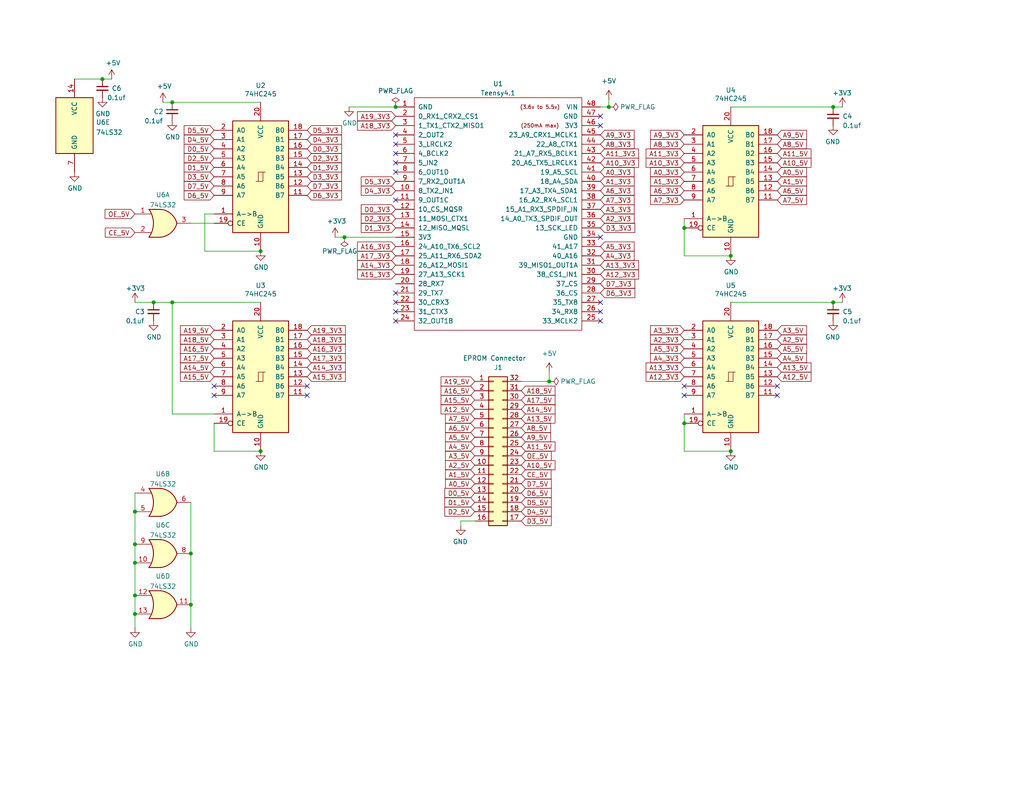
<source format=kicad_sch>
(kicad_sch (version 20211123) (generator eeschema)
  (paper "USLetter")
  (title_block (title "EPROM Emulator") (date "2022-01-02") (rev "0.2") (company "Brian Peek"))
  (lib_symbols
    (symbol "74xx:74HC245" (pin_names (offset 1.016))
      (property "Reference" "U" (at -7.62 16.51 0))
      (property "Value" "74HC245" (at -7.62 -16.51 0))
      (symbol "74HC245_1_0"
        (polyline (pts (xy -0.635 -1.27) (xy -0.635 1.27) (xy 0.635 1.27)))
        (polyline (pts (xy -1.27 -1.27) (xy 0.635 -1.27) (xy 0.635 1.27) (xy 1.27 1.27)))
        (pin input line (at -12.7 -10.16 0) (length 5.08) (name "A->B") (number "1"))
        (pin power_in line (at 0 -20.32 90) (length 5.08) (name "GND") (number "10"))
        (pin tri_state line (at 12.7 -5.08 180) (length 5.08) (name "B7") (number "11"))
        (pin tri_state line (at 12.7 -2.54 180) (length 5.08) (name "B6") (number "12"))
        (pin tri_state line (at 12.7 0 180) (length 5.08) (name "B5") (number "13"))
        (pin tri_state line (at 12.7 2.54 180) (length 5.08) (name "B4") (number "14"))
        (pin tri_state line (at 12.7 5.08 180) (length 5.08) (name "B3") (number "15"))
        (pin tri_state line (at 12.7 7.62 180) (length 5.08) (name "B2") (number "16"))
        (pin tri_state line (at 12.7 10.16 180) (length 5.08) (name "B1") (number "17"))
        (pin tri_state line (at 12.7 12.7 180) (length 5.08) (name "B0") (number "18"))
        (pin input inverted (at -12.7 -12.7 0) (length 5.08) (name "CE") (number "19"))
        (pin tri_state line (at -12.7 12.7 0) (length 5.08) (name "A0") (number "2"))
        (pin power_in line (at 0 20.32 270) (length 5.08) (name "VCC") (number "20"))
        (pin tri_state line (at -12.7 10.16 0) (length 5.08) (name "A1") (number "3"))
        (pin tri_state line (at -12.7 7.62 0) (length 5.08) (name "A2") (number "4"))
        (pin tri_state line (at -12.7 5.08 0) (length 5.08) (name "A3") (number "5"))
        (pin tri_state line (at -12.7 2.54 0) (length 5.08) (name "A4") (number "6"))
        (pin tri_state line (at -12.7 0 0) (length 5.08) (name "A5") (number "7"))
        (pin tri_state line (at -12.7 -2.54 0) (length 5.08) (name "A6") (number "8"))
        (pin tri_state line (at -12.7 -5.08 0) (length 5.08) (name "A7") (number "9"))
      )
      (symbol "74HC245_1_1"
        (rectangle (start -7.62 15.24) (end 7.62 -15.24) (stroke (width 0.254)) (fill (type background)))
      )
    )
    (symbol "74xx:74LS32" (pin_names (offset 1.016))
      (property "Reference" "U" (at 0 1.27 0))
      (property "Value" "74LS32" (at 0 -1.27 0))
      (symbol "74LS32_1_1"
        (arc (start -3.81 -3.81) (mid -2.589 0) (end -3.81 3.81) (stroke (width 0.254)))
        (arc (start -0.6096 -3.81) (mid 2.1855 -2.584) (end 3.81 0) (stroke (width 0.254)) (fill (type background)))
        (polyline (pts (xy -3.81 -3.81) (xy -0.635 -3.81)) (stroke (width 0.254)) (fill (type background)))
        (polyline (pts (xy -3.81 3.81) (xy -0.635 3.81)) (stroke (width 0.254)) (fill (type background)))
        (polyline (pts (xy -0.635 3.81) (xy -3.81 3.81) (xy -3.81 3.81) (xy -3.556 3.4036) (xy -3.0226 2.2606) (xy -2.6924 1.0414) (xy -2.6162 -0.254) (xy -2.7686 -1.4986) (xy -3.175 -2.7178) (xy -3.81 -3.81) (xy -3.81 -3.81) (xy -0.635 -3.81)) (stroke (width -25.4)) (fill (type background)))
        (arc (start 3.81 0) (mid 2.1928 2.5925) (end -0.6096 3.81) (stroke (width 0.254)) (fill (type background)))
        (pin input line (at -7.62 2.54 0) (length 4.318) (name "~") (number "1"))
        (pin input line (at -7.62 -2.54 0) (length 4.318) (name "~") (number "2"))
        (pin output line (at 7.62 0 180) (length 3.81) (name "~") (number "3"))
      )
      (symbol "74LS32_1_2"
        (arc (start 0 -3.81) (mid 3.81 0) (end 0 3.81) (stroke (width 0.254)) (fill (type background)))
        (polyline (pts (xy 0 3.81) (xy -3.81 3.81) (xy -3.81 -3.81) (xy 0 -3.81)) (stroke (width 0.254)) (fill (type background)))
        (pin input inverted (at -7.62 2.54 0) (length 3.81) (name "~") (number "1"))
        (pin input inverted (at -7.62 -2.54 0) (length 3.81) (name "~") (number "2"))
        (pin output inverted (at 7.62 0 180) (length 3.81) (name "~") (number "3"))
      )
      (symbol "74LS32_2_1"
        (arc (start -3.81 -3.81) (mid -2.589 0) (end -3.81 3.81) (stroke (width 0.254)))
        (arc (start -0.6096 -3.81) (mid 2.1855 -2.584) (end 3.81 0) (stroke (width 0.254)) (fill (type background)))
        (polyline (pts (xy -3.81 -3.81) (xy -0.635 -3.81)) (stroke (width 0.254)) (fill (type background)))
        (polyline (pts (xy -3.81 3.81) (xy -0.635 3.81)) (stroke (width 0.254)) (fill (type background)))
        (polyline (pts (xy -0.635 3.81) (xy -3.81 3.81) (xy -3.81 3.81) (xy -3.556 3.4036) (xy -3.0226 2.2606) (xy -2.6924 1.0414) (xy -2.6162 -0.254) (xy -2.7686 -1.4986) (xy -3.175 -2.7178) (xy -3.81 -3.81) (xy -3.81 -3.81) (xy -0.635 -3.81)) (stroke (width -25.4)) (fill (type background)))
        (arc (start 3.81 0) (mid 2.1928 2.5925) (end -0.6096 3.81) (stroke (width 0.254)) (fill (type background)))
        (pin input line (at -7.62 2.54 0) (length 4.318) (name "~") (number "4"))
        (pin input line (at -7.62 -2.54 0) (length 4.318) (name "~") (number "5"))
        (pin output line (at 7.62 0 180) (length 3.81) (name "~") (number "6"))
      )
      (symbol "74LS32_2_2"
        (arc (start 0 -3.81) (mid 3.81 0) (end 0 3.81) (stroke (width 0.254)) (fill (type background)))
        (polyline (pts (xy 0 3.81) (xy -3.81 3.81) (xy -3.81 -3.81) (xy 0 -3.81)) (stroke (width 0.254)) (fill (type background)))
        (pin input inverted (at -7.62 2.54 0) (length 3.81) (name "~") (number "4"))
        (pin input inverted (at -7.62 -2.54 0) (length 3.81) (name "~") (number "5"))
        (pin output inverted (at 7.62 0 180) (length 3.81) (name "~") (number "6"))
      )
      (symbol "74LS32_3_1"
        (arc (start -3.81 -3.81) (mid -2.589 0) (end -3.81 3.81) (stroke (width 0.254)))
        (arc (start -0.6096 -3.81) (mid 2.1855 -2.584) (end 3.81 0) (stroke (width 0.254)) (fill (type background)))
        (polyline (pts (xy -3.81 -3.81) (xy -0.635 -3.81)) (stroke (width 0.254)) (fill (type background)))
        (polyline (pts (xy -3.81 3.81) (xy -0.635 3.81)) (stroke (width 0.254)) (fill (type background)))
        (polyline (pts (xy -0.635 3.81) (xy -3.81 3.81) (xy -3.81 3.81) (xy -3.556 3.4036) (xy -3.0226 2.2606) (xy -2.6924 1.0414) (xy -2.6162 -0.254) (xy -2.7686 -1.4986) (xy -3.175 -2.7178) (xy -3.81 -3.81) (xy -3.81 -3.81) (xy -0.635 -3.81)) (stroke (width -25.4)) (fill (type background)))
        (arc (start 3.81 0) (mid 2.1928 2.5925) (end -0.6096 3.81) (stroke (width 0.254)) (fill (type background)))
        (pin input line (at -7.62 -2.54 0) (length 4.318) (name "~") (number "10"))
        (pin output line (at 7.62 0 180) (length 3.81) (name "~") (number "8"))
        (pin input line (at -7.62 2.54 0) (length 4.318) (name "~") (number "9"))
      )
      (symbol "74LS32_3_2"
        (arc (start 0 -3.81) (mid 3.81 0) (end 0 3.81) (stroke (width 0.254)) (fill (type background)))
        (polyline (pts (xy 0 3.81) (xy -3.81 3.81) (xy -3.81 -3.81) (xy 0 -3.81)) (stroke (width 0.254)) (fill (type background)))
        (pin input inverted (at -7.62 -2.54 0) (length 3.81) (name "~") (number "10"))
        (pin output inverted (at 7.62 0 180) (length 3.81) (name "~") (number "8"))
        (pin input inverted (at -7.62 2.54 0) (length 3.81) (name "~") (number "9"))
      )
      (symbol "74LS32_4_1"
        (arc (start -3.81 -3.81) (mid -2.589 0) (end -3.81 3.81) (stroke (width 0.254)))
        (arc (start -0.6096 -3.81) (mid 2.1855 -2.584) (end 3.81 0) (stroke (width 0.254)) (fill (type background)))
        (polyline (pts (xy -3.81 -3.81) (xy -0.635 -3.81)) (stroke (width 0.254)) (fill (type background)))
        (polyline (pts (xy -3.81 3.81) (xy -0.635 3.81)) (stroke (width 0.254)) (fill (type background)))
        (polyline (pts (xy -0.635 3.81) (xy -3.81 3.81) (xy -3.81 3.81) (xy -3.556 3.4036) (xy -3.0226 2.2606) (xy -2.6924 1.0414) (xy -2.6162 -0.254) (xy -2.7686 -1.4986) (xy -3.175 -2.7178) (xy -3.81 -3.81) (xy -3.81 -3.81) (xy -0.635 -3.81)) (stroke (width -25.4)) (fill (type background)))
        (arc (start 3.81 0) (mid 2.1928 2.5925) (end -0.6096 3.81) (stroke (width 0.254)) (fill (type background)))
        (pin output line (at 7.62 0 180) (length 3.81) (name "~") (number "11"))
        (pin input line (at -7.62 2.54 0) (length 4.318) (name "~") (number "12"))
        (pin input line (at -7.62 -2.54 0) (length 4.318) (name "~") (number "13"))
      )
      (symbol "74LS32_4_2"
        (arc (start 0 -3.81) (mid 3.81 0) (end 0 3.81) (stroke (width 0.254)) (fill (type background)))
        (polyline (pts (xy 0 3.81) (xy -3.81 3.81) (xy -3.81 -3.81) (xy 0 -3.81)) (stroke (width 0.254)) (fill (type background)))
        (pin output inverted (at 7.62 0 180) (length 3.81) (name "~") (number "11"))
        (pin input inverted (at -7.62 2.54 0) (length 3.81) (name "~") (number "12"))
        (pin input inverted (at -7.62 -2.54 0) (length 3.81) (name "~") (number "13"))
      )
      (symbol "74LS32_5_0"
        (pin power_in line (at 0 12.7 270) (length 5.08) (name "VCC") (number "14"))
        (pin power_in line (at 0 -12.7 90) (length 5.08) (name "GND") (number "7"))
      )
      (symbol "74LS32_5_1"
        (rectangle (start -5.08 7.62) (end 5.08 -7.62) (stroke (width 0.254)) (fill (type background)))
      )
    )
    (symbol "Connector_Generic:Conn_02x16_Counter_Clockwise" (pin_names (offset 1.016) hide)
      (property "Reference" "J" (at 1.27 20.32 0))
      (property "Value" "Conn_02x16_Counter_Clockwise" (at 1.27 -22.86 0))
      (symbol "Conn_02x16_Counter_Clockwise_1_1"
        (rectangle (start -1.27 -20.193) (end 0 -20.447) (stroke (width 0.1524)))
        (rectangle (start -1.27 -17.653) (end 0 -17.907) (stroke (width 0.1524)))
        (rectangle (start -1.27 -15.113) (end 0 -15.367) (stroke (width 0.1524)))
        (rectangle (start -1.27 -12.573) (end 0 -12.827) (stroke (width 0.1524)))
        (rectangle (start -1.27 -10.033) (end 0 -10.287) (stroke (width 0.1524)))
        (rectangle (start -1.27 -7.493) (end 0 -7.747) (stroke (width 0.1524)))
        (rectangle (start -1.27 -4.953) (end 0 -5.207) (stroke (width 0.1524)))
        (rectangle (start -1.27 -2.413) (end 0 -2.667) (stroke (width 0.1524)))
        (rectangle (start -1.27 0.127) (end 0 -0.127) (stroke (width 0.1524)))
        (rectangle (start -1.27 2.667) (end 0 2.413) (stroke (width 0.1524)))
        (rectangle (start -1.27 5.207) (end 0 4.953) (stroke (width 0.1524)))
        (rectangle (start -1.27 7.747) (end 0 7.493) (stroke (width 0.1524)))
        (rectangle (start -1.27 10.287) (end 0 10.033) (stroke (width 0.1524)))
        (rectangle (start -1.27 12.827) (end 0 12.573) (stroke (width 0.1524)))
        (rectangle (start -1.27 15.367) (end 0 15.113) (stroke (width 0.1524)))
        (rectangle (start -1.27 17.907) (end 0 17.653) (stroke (width 0.1524)))
        (rectangle (start -1.27 19.05) (end 3.81 -21.59) (stroke (width 0.254)) (fill (type background)))
        (rectangle (start 3.81 -20.193) (end 2.54 -20.447) (stroke (width 0.1524)))
        (rectangle (start 3.81 -17.653) (end 2.54 -17.907) (stroke (width 0.1524)))
        (rectangle (start 3.81 -15.113) (end 2.54 -15.367) (stroke (width 0.1524)))
        (rectangle (start 3.81 -12.573) (end 2.54 -12.827) (stroke (width 0.1524)))
        (rectangle (start 3.81 -10.033) (end 2.54 -10.287) (stroke (width 0.1524)))
        (rectangle (start 3.81 -7.493) (end 2.54 -7.747) (stroke (width 0.1524)))
        (rectangle (start 3.81 -4.953) (end 2.54 -5.207) (stroke (width 0.1524)))
        (rectangle (start 3.81 -2.413) (end 2.54 -2.667) (stroke (width 0.1524)))
        (rectangle (start 3.81 0.127) (end 2.54 -0.127) (stroke (width 0.1524)))
        (rectangle (start 3.81 2.667) (end 2.54 2.413) (stroke (width 0.1524)))
        (rectangle (start 3.81 5.207) (end 2.54 4.953) (stroke (width 0.1524)))
        (rectangle (start 3.81 7.747) (end 2.54 7.493) (stroke (width 0.1524)))
        (rectangle (start 3.81 10.287) (end 2.54 10.033) (stroke (width 0.1524)))
        (rectangle (start 3.81 12.827) (end 2.54 12.573) (stroke (width 0.1524)))
        (rectangle (start 3.81 15.367) (end 2.54 15.113) (stroke (width 0.1524)))
        (rectangle (start 3.81 17.907) (end 2.54 17.653) (stroke (width 0.1524)))
        (pin passive line (at -5.08 17.78 0) (length 3.81) (name "Pin_1") (number "1"))
        (pin passive line (at -5.08 -5.08 0) (length 3.81) (name "Pin_10") (number "10"))
        (pin passive line (at -5.08 -7.62 0) (length 3.81) (name "Pin_11") (number "11"))
        (pin passive line (at -5.08 -10.16 0) (length 3.81) (name "Pin_12") (number "12"))
        (pin passive line (at -5.08 -12.7 0) (length 3.81) (name "Pin_13") (number "13"))
        (pin passive line (at -5.08 -15.24 0) (length 3.81) (name "Pin_14") (number "14"))
        (pin passive line (at -5.08 -17.78 0) (length 3.81) (name "Pin_15") (number "15"))
        (pin passive line (at -5.08 -20.32 0) (length 3.81) (name "Pin_16") (number "16"))
        (pin passive line (at 7.62 -20.32 180) (length 3.81) (name "Pin_17") (number "17"))
        (pin passive line (at 7.62 -17.78 180) (length 3.81) (name "Pin_18") (number "18"))
        (pin passive line (at 7.62 -15.24 180) (length 3.81) (name "Pin_19") (number "19"))
        (pin passive line (at -5.08 15.24 0) (length 3.81) (name "Pin_2") (number "2"))
        (pin passive line (at 7.62 -12.7 180) (length 3.81) (name "Pin_20") (number "20"))
        (pin passive line (at 7.62 -10.16 180) (length 3.81) (name "Pin_21") (number "21"))
        (pin passive line (at 7.62 -7.62 180) (length 3.81) (name "Pin_22") (number "22"))
        (pin passive line (at 7.62 -5.08 180) (length 3.81) (name "Pin_23") (number "23"))
        (pin passive line (at 7.62 -2.54 180) (length 3.81) (name "Pin_24") (number "24"))
        (pin passive line (at 7.62 0 180) (length 3.81) (name "Pin_25") (number "25"))
        (pin passive line (at 7.62 2.54 180) (length 3.81) (name "Pin_26") (number "26"))
        (pin passive line (at 7.62 5.08 180) (length 3.81) (name "Pin_27") (number "27"))
        (pin passive line (at 7.62 7.62 180) (length 3.81) (name "Pin_28") (number "28"))
        (pin passive line (at 7.62 10.16 180) (length 3.81) (name "Pin_29") (number "29"))
        (pin passive line (at -5.08 12.7 0) (length 3.81) (name "Pin_3") (number "3"))
        (pin passive line (at 7.62 12.7 180) (length 3.81) (name "Pin_30") (number "30"))
        (pin passive line (at 7.62 15.24 180) (length 3.81) (name "Pin_31") (number "31"))
        (pin passive line (at 7.62 17.78 180) (length 3.81) (name "Pin_32") (number "32"))
        (pin passive line (at -5.08 10.16 0) (length 3.81) (name "Pin_4") (number "4"))
        (pin passive line (at -5.08 7.62 0) (length 3.81) (name "Pin_5") (number "5"))
        (pin passive line (at -5.08 5.08 0) (length 3.81) (name "Pin_6") (number "6"))
        (pin passive line (at -5.08 2.54 0) (length 3.81) (name "Pin_7") (number "7"))
        (pin passive line (at -5.08 0 0) (length 3.81) (name "Pin_8") (number "8"))
        (pin passive line (at -5.08 -2.54 0) (length 3.81) (name "Pin_9") (number "9"))
      )
    )
    (symbol "Device:C_Small" (pin_numbers hide) (pin_names (offset 0.254) hide)
      (property "Reference" "C" (at 0.254 1.778 0))
      (property "Value" "C_Small" (at 0.254 -2.032 0))
      (symbol "C_Small_0_1"
        (polyline (pts (xy -1.524 -0.508) (xy 1.524 -0.508)) (stroke (width 0.3302)))
        (polyline (pts (xy -1.524 0.508) (xy 1.524 0.508)) (stroke (width 0.3048)))
      )
      (symbol "C_Small_1_1"
        (pin passive line (at 0 2.54 270) (length 2.032) (name "~") (number "1"))
        (pin passive line (at 0 -2.54 90) (length 2.032) (name "~") (number "2"))
      )
    )
    (symbol "power:+3.3V" (power) (pin_names (offset 0))
      (property "Value" "+3.3V" (at 0 3.556 0))
      (symbol "+3.3V_0_1"
        (polyline (pts (xy -0.762 1.27) (xy 0 2.54)))
        (polyline (pts (xy 0 0) (xy 0 2.54)))
        (polyline (pts (xy 0 2.54) (xy 0.762 1.27)))
      )
      (symbol "+3.3V_1_1"
        (pin power_in line (at 0 0 90) (length 0) hide (name "+3V3") (number "1"))
      )
    )
    (symbol "power:+5V" (power) (pin_names (offset 0))
      (property "Value" "+5V" (at 0 3.556 0))
      (symbol "+5V_0_1"
        (polyline (pts (xy -0.762 1.27) (xy 0 2.54)))
        (polyline (pts (xy 0 0) (xy 0 2.54)))
        (polyline (pts (xy 0 2.54) (xy 0.762 1.27)))
      )
      (symbol "+5V_1_1"
        (pin power_in line (at 0 0 90) (length 0) hide (name "+5V") (number "1"))
      )
    )
    (symbol "power:GND" (power) (pin_names (offset 0))
      (property "Value" "GND" (at 0 -3.81 0))
      (symbol "GND_0_1"
        (polyline (pts (xy 0 0) (xy 0 -1.27) (xy 1.27 -1.27) (xy 0 -2.54) (xy -1.27 -1.27) (xy 0 -1.27)))
      )
      (symbol "GND_1_1"
        (pin power_in line (at 0 0 270) (length 0) hide (name "GND") (number "1"))
      )
    )
    (symbol "power:PWR_FLAG" (power) (pin_numbers hide) (pin_names (offset 0) hide)
      (property "Value" "PWR_FLAG" (at 0 3.81 0))
      (symbol "PWR_FLAG_0_0"
        (pin power_out line (at 0 0 90) (length 0) (name "pwr") (number "1"))
      )
      (symbol "PWR_FLAG_0_1"
        (polyline (pts (xy 0 0) (xy 0 1.27) (xy -1.016 1.905) (xy 0 2.54) (xy 1.016 1.905) (xy 0 1.27)))
      )
    )
    (symbol "teensy:Teensy4.1" (pin_names (offset 1.016))
      (property "Reference" "U" (at 0 60.96 0))
      (property "Value" "teensy_Teensy4.1" (at 0 58.42 0))
      (symbol "Teensy4.1_0_0"
        (text "(250mA max)" (at 11.43 49.53 0) (effects (font (size 1.016 1.016))))
        (text "(3.6v to 5.5v)" (at 11.43 54.61 0) (effects (font (size 1.016 1.016))))
        (pin bidirectional line (at -27.94 31.75 0) (length 5.08) (name "8_TX2_IN1") (number "10"))
        (pin bidirectional line (at -27.94 29.21 0) (length 5.08) (name "9_OUT1C") (number "11"))
        (pin bidirectional line (at -27.94 26.67 0) (length 5.08) (name "10_CS_MQSR") (number "12"))
        (pin bidirectional line (at -27.94 24.13 0) (length 5.08) (name "11_MOSI_CTX1") (number "13"))
        (pin bidirectional line (at -27.94 21.59 0) (length 5.08) (name "12_MISO_MQSL") (number "14"))
        (pin power_in line (at -27.94 19.05 0) (length 5.08) (name "3V3") (number "15"))
        (pin bidirectional line (at -27.94 16.51 0) (length 5.08) (name "24_A10_TX6_SCL2") (number "16"))
        (pin bidirectional line (at -27.94 13.97 0) (length 5.08) (name "25_A11_RX6_SDA2") (number "17"))
        (pin bidirectional line (at -27.94 11.43 0) (length 5.08) (name "26_A12_MOSI1") (number "18"))
        (pin bidirectional line (at -27.94 8.89 0) (length 5.08) (name "27_A13_SCK1") (number "19"))
        (pin bidirectional line (at -27.94 6.35 0) (length 5.08) (name "28_RX7") (number "20"))
        (pin bidirectional line (at -27.94 3.81 0) (length 5.08) (name "29_TX7") (number "21"))
        (pin bidirectional line (at -27.94 1.27 0) (length 5.08) (name "30_CRX3") (number "22"))
        (pin bidirectional line (at -27.94 -1.27 0) (length 5.08) (name "31_CTX3") (number "23"))
        (pin bidirectional line (at -27.94 -3.81 0) (length 5.08) (name "32_OUT1B") (number "24"))
        (pin bidirectional line (at 27.94 -3.81 180) (length 5.08) (name "33_MCLK2") (number "25"))
        (pin bidirectional line (at 27.94 -1.27 180) (length 5.08) (name "34_RX8") (number "26"))
        (pin bidirectional line (at 27.94 1.27 180) (length 5.08) (name "35_TX8") (number "27"))
        (pin bidirectional line (at 27.94 3.81 180) (length 5.08) (name "36_CS") (number "28"))
        (pin bidirectional line (at 27.94 6.35 180) (length 5.08) (name "37_CS") (number "29"))
        (pin bidirectional line (at 27.94 8.89 180) (length 5.08) (name "38_CS1_IN1") (number "30"))
        (pin bidirectional line (at 27.94 11.43 180) (length 5.08) (name "39_MISO1_OUT1A") (number "31"))
        (pin bidirectional line (at 27.94 13.97 180) (length 5.08) (name "40_A16") (number "32"))
        (pin bidirectional line (at 27.94 16.51 180) (length 5.08) (name "41_A17") (number "33"))
        (pin bidirectional line (at 27.94 21.59 180) (length 5.08) (name "13_SCK_LED") (number "35"))
        (pin bidirectional line (at 27.94 24.13 180) (length 5.08) (name "14_A0_TX3_SPDIF_OUT") (number "36"))
        (pin bidirectional line (at 27.94 26.67 180) (length 5.08) (name "15_A1_RX3_SPDIF_IN") (number "37"))
        (pin bidirectional line (at 27.94 29.21 180) (length 5.08) (name "16_A2_RX4_SCL1") (number "38"))
        (pin bidirectional line (at 27.94 31.75 180) (length 5.08) (name "17_A3_TX4_SDA1") (number "39"))
        (pin bidirectional line (at 27.94 34.29 180) (length 5.08) (name "18_A4_SDA") (number "40"))
        (pin bidirectional line (at 27.94 36.83 180) (length 5.08) (name "19_A5_SCL") (number "41"))
        (pin bidirectional line (at 27.94 39.37 180) (length 5.08) (name "20_A6_TX5_LRCLK1") (number "42"))
        (pin bidirectional line (at 27.94 41.91 180) (length 5.08) (name "21_A7_RX5_BCLK1") (number "43"))
        (pin bidirectional line (at 27.94 44.45 180) (length 5.08) (name "22_A8_CTX1") (number "44"))
        (pin bidirectional line (at 27.94 46.99 180) (length 5.08) (name "23_A9_CRX1_MCLK1") (number "45"))
        (pin output line (at 27.94 49.53 180) (length 5.08) (name "3V3") (number "46"))
        (pin output line (at 27.94 52.07 180) (length 5.08) (name "GND") (number "47"))
        (pin power_in line (at 27.94 54.61 180) (length 5.08) (name "VIN") (number "48"))
        (pin bidirectional line (at -27.94 44.45 0) (length 5.08) (name "3_LRCLK2") (number "5"))
        (pin bidirectional line (at -27.94 41.91 0) (length 5.08) (name "4_BCLK2") (number "6"))
        (pin bidirectional line (at -27.94 39.37 0) (length 5.08) (name "5_IN2") (number "7"))
        (pin bidirectional line (at -27.94 36.83 0) (length 5.08) (name "6_OUT1D") (number "8"))
        (pin bidirectional line (at -27.94 34.29 0) (length 5.08) (name "7_RX2_OUT1A") (number "9"))
      )
      (symbol "Teensy4.1_0_1"
        (rectangle (start -22.86 57.15) (end 22.86 -6.35))
        (rectangle (start -20.32 -1.27) (end -20.32 -1.27))
      )
      (symbol "Teensy4.1_1_1"
        (pin power_in line (at -27.94 54.61 0) (length 5.08) (name "GND") (number "1"))
        (pin bidirectional line (at -27.94 52.07 0) (length 5.08) (name "0_RX1_CRX2_CS1") (number "2"))
        (pin bidirectional line (at -27.94 49.53 0) (length 5.08) (name "1_TX1_CTX2_MISO1") (number "3"))
        (pin power_in line (at 27.94 19.05 180) (length 5.08) (name "GND") (number "34"))
        (pin bidirectional line (at -27.94 46.99 0) (length 5.08) (name "2_OUT2") (number "4"))
      )
    )
  )
  (junction (at 199.39 69.85))
  (junction (at 36.83 162.56))
  (junction (at 107.95 29.21))
  (junction (at 27.94 21.59))
  (junction (at 166.116 29.21))
  (junction (at 199.39 123.19))
  (junction (at 52.07 151.13))
  (junction (at 227.33 82.55))
  (junction (at 36.83 167.64))
  (junction (at 149.86 104.14))
  (junction (at 36.83 153.67))
  (junction (at 93.98 64.77))
  (junction (at 36.83 148.59))
  (junction (at 227.33 29.21))
  (junction (at 186.69 115.57))
  (junction (at 46.99 82.55))
  (junction (at 46.99 27.94))
  (junction (at 71.12 68.58))
  (junction (at 186.69 62.23))
  (junction (at 52.07 165.1))
  (junction (at 41.91 82.55))
  (junction (at 71.12 123.19))
  (junction (at 36.83 139.7))
  (no_connect (at 107.95 39.37))
  (no_connect (at 107.95 54.61))
  (no_connect (at 107.95 85.09))
  (no_connect (at 163.83 31.75))
  (no_connect (at 107.95 82.55))
  (no_connect (at 163.83 85.09))
  (no_connect (at 212.09 107.95))
  (no_connect (at 212.09 105.41))
  (no_connect (at 163.83 64.77))
  (no_connect (at 107.95 41.91))
  (no_connect (at 107.95 46.99))
  (no_connect (at 186.69 107.95))
  (no_connect (at 107.95 87.63))
  (no_connect (at 186.69 105.41))
  (no_connect (at 163.83 34.29))
  (no_connect (at 107.95 36.83))
  (no_connect (at 163.83 82.55))
  (no_connect (at 83.82 107.95))
  (no_connect (at 83.82 105.41))
  (no_connect (at 107.95 80.01))
  (no_connect (at 58.42 107.95))
  (no_connect (at 163.83 87.63))
  (no_connect (at 107.95 44.45))
  (no_connect (at 58.42 105.41))
  (wire (pts (xy 58.42 113.03) (xy 46.99 113.03)))
  (wire (pts (xy 125.73 142.24) (xy 125.73 143.51)))
  (wire (pts (xy 142.24 104.14) (xy 149.86 104.14)))
  (wire (pts (xy 44.45 27.94) (xy 46.99 27.94)))
  (wire (pts (xy 199.39 82.55) (xy 227.33 82.55)))
  (wire (pts (xy 186.69 115.57) (xy 186.69 123.19)))
  (wire (pts (xy 36.83 153.67) (xy 36.83 162.56)))
  (wire (pts (xy 46.99 113.03) (xy 46.99 82.55)))
  (wire (pts (xy 229.87 82.55) (xy 227.33 82.55)))
  (wire (pts (xy 52.07 60.96) (xy 58.42 60.96)))
  (wire (pts (xy 58.42 115.57) (xy 58.42 123.19)))
  (wire (pts (xy 186.69 59.69) (xy 186.69 62.23)))
  (wire (pts (xy 36.83 148.59) (xy 36.83 153.67)))
  (wire (pts (xy 46.99 82.55) (xy 71.12 82.55)))
  (wire (pts (xy 36.83 139.7) (xy 36.83 148.59)))
  (wire (pts (xy 36.83 82.55) (xy 41.91 82.55)))
  (wire (pts (xy 55.88 58.42) (xy 58.42 58.42)))
  (wire (pts (xy 186.69 62.23) (xy 186.69 69.85)))
  (wire (pts (xy 55.88 68.58) (xy 55.88 58.42)))
  (wire (pts (xy 46.99 27.94) (xy 71.12 27.94)))
  (wire (pts (xy 20.32 21.59) (xy 27.94 21.59)))
  (wire (pts (xy 129.54 142.24) (xy 125.73 142.24)))
  (wire (pts (xy 41.91 82.55) (xy 46.99 82.55)))
  (wire (pts (xy 93.98 64.77) (xy 107.95 64.77)))
  (wire (pts (xy 27.94 21.59) (xy 30.48 21.59)))
  (wire (pts (xy 52.07 137.16) (xy 52.07 151.13)))
  (wire (pts (xy 199.39 123.19) (xy 186.69 123.19)))
  (wire (pts (xy 166.116 29.21) (xy 166.116 27.178)))
  (wire (pts (xy 71.12 68.58) (xy 55.88 68.58)))
  (wire (pts (xy 186.69 113.03) (xy 186.69 115.57)))
  (wire (pts (xy 199.39 69.85) (xy 186.69 69.85)))
  (wire (pts (xy 36.83 134.62) (xy 36.83 139.7)))
  (wire (pts (xy 199.39 29.21) (xy 227.33 29.21)))
  (wire (pts (xy 52.07 151.13) (xy 52.07 165.1)))
  (wire (pts (xy 149.86 104.14) (xy 149.86 101.6)))
  (wire (pts (xy 95.25 29.21) (xy 107.95 29.21)))
  (wire (pts (xy 36.83 167.64) (xy 36.83 171.45)))
  (wire (pts (xy 71.12 123.19) (xy 58.42 123.19)))
  (wire (pts (xy 91.44 64.77) (xy 93.98 64.77)))
  (wire (pts (xy 229.87 29.21) (xy 227.33 29.21)))
  (wire (pts (xy 52.07 165.1) (xy 52.07 171.45)))
  (wire (pts (xy 163.83 29.21) (xy 166.116 29.21)))
  (wire (pts (xy 36.83 162.56) (xy 36.83 167.64)))
  (global_label "D0_5V" (shape input) (at 129.54 134.62 180) (property "Intersheet References" "${INTERSHEET_REFS}" (effects hide)))
  (global_label "D1_3V3" (shape input) (at 107.95 62.23 180) (property "Intersheet References" "${INTERSHEET_REFS}" (effects hide)))
  (global_label "A0_5V" (shape input) (at 212.09 46.99 0) (property "Intersheet References" "${INTERSHEET_REFS}" (effects hide)))
  (global_label "A6_3V3" (shape input) (at 186.69 52.07 180) (property "Intersheet References" "${INTERSHEET_REFS}" (effects hide)))
  (global_label "A4_5V" (shape input) (at 129.54 121.92 180) (property "Intersheet References" "${INTERSHEET_REFS}" (effects hide)))
  (global_label "A14_5V" (shape input) (at 142.24 111.76 0) (property "Intersheet References" "${INTERSHEET_REFS}" (effects hide)))
  (global_label "A1_3V3" (shape input) (at 186.69 49.53 180) (property "Intersheet References" "${INTERSHEET_REFS}" (effects hide)))
  (global_label "A14_3V3" (shape input) (at 107.95 72.39 180) (property "Intersheet References" "${INTERSHEET_REFS}" (effects hide)))
  (global_label "A15_5V" (shape input) (at 58.42 102.87 180) (property "Intersheet References" "${INTERSHEET_REFS}" (effects hide)))
  (global_label "A19_3V3" (shape input) (at 83.82 90.17 0) (property "Intersheet References" "${INTERSHEET_REFS}" (effects hide)))
  (global_label "D4_3V3" (shape input) (at 107.95 52.07 180) (property "Intersheet References" "${INTERSHEET_REFS}" (effects hide)))
  (global_label "D5_3V3" (shape input) (at 107.95 49.53 180) (property "Intersheet References" "${INTERSHEET_REFS}" (effects hide)))
  (global_label "A17_3V3" (shape input) (at 107.95 69.85 180) (property "Intersheet References" "${INTERSHEET_REFS}" (effects hide)))
  (global_label "D2_5V" (shape input) (at 58.42 43.18 180) (property "Intersheet References" "${INTERSHEET_REFS}" (effects hide)))
  (global_label "A9_5V" (shape input) (at 142.24 119.38 0) (property "Intersheet References" "${INTERSHEET_REFS}" (effects hide)))
  (global_label "A2_3V3" (shape input) (at 163.83 59.69 0) (property "Intersheet References" "${INTERSHEET_REFS}" (effects hide)))
  (global_label "A9_3V3" (shape input) (at 186.69 36.83 180) (property "Intersheet References" "${INTERSHEET_REFS}" (effects hide)))
  (global_label "A15_3V3" (shape input) (at 83.82 102.87 0) (property "Intersheet References" "${INTERSHEET_REFS}" (effects hide)))
  (global_label "A15_5V" (shape input) (at 129.54 109.22 180) (property "Intersheet References" "${INTERSHEET_REFS}" (effects hide)))
  (global_label "A5_5V" (shape input) (at 212.09 95.25 0) (property "Intersheet References" "${INTERSHEET_REFS}" (effects hide)))
  (global_label "D7_5V" (shape input) (at 142.24 132.08 0) (property "Intersheet References" "${INTERSHEET_REFS}" (effects hide)))
  (global_label "A12_3V3" (shape input) (at 163.83 74.93 0) (property "Intersheet References" "${INTERSHEET_REFS}" (effects hide)))
  (global_label "D2_3V3" (shape input) (at 83.82 43.18 0) (property "Intersheet References" "${INTERSHEET_REFS}" (effects hide)))
  (global_label "A2_5V" (shape input) (at 129.54 127 180) (property "Intersheet References" "${INTERSHEET_REFS}" (effects hide)))
  (global_label "A0_3V3" (shape input) (at 163.83 46.99 0) (property "Intersheet References" "${INTERSHEET_REFS}" (effects hide)))
  (global_label "A9_3V3" (shape input) (at 163.83 36.83 0) (property "Intersheet References" "${INTERSHEET_REFS}" (effects hide)))
  (global_label "A13_5V" (shape input) (at 212.09 100.33 0) (property "Intersheet References" "${INTERSHEET_REFS}" (effects hide)))
  (global_label "A0_5V" (shape input) (at 129.54 132.08 180) (property "Intersheet References" "${INTERSHEET_REFS}" (effects hide)))
  (global_label "D3_5V" (shape input) (at 142.24 142.24 0) (property "Intersheet References" "${INTERSHEET_REFS}" (effects hide)))
  (global_label "D3_5V" (shape input) (at 58.42 48.26 180) (property "Intersheet References" "${INTERSHEET_REFS}" (effects hide)))
  (global_label "D2_5V" (shape input) (at 129.54 139.7 180) (property "Intersheet References" "${INTERSHEET_REFS}" (effects hide)))
  (global_label "A16_5V" (shape input) (at 129.54 106.68 180) (property "Intersheet References" "${INTERSHEET_REFS}" (effects hide)))
  (global_label "A16_3V3" (shape input) (at 107.95 67.31 180) (property "Intersheet References" "${INTERSHEET_REFS}" (effects hide)))
  (global_label "D2_3V3" (shape input) (at 107.95 59.69 180) (property "Intersheet References" "${INTERSHEET_REFS}" (effects hide)))
  (global_label "A10_5V" (shape input) (at 212.09 44.45 0) (property "Intersheet References" "${INTERSHEET_REFS}" (effects hide)))
  (global_label "A17_5V" (shape input) (at 142.24 109.22 0) (property "Intersheet References" "${INTERSHEET_REFS}" (effects hide)))
  (global_label "CE_5V" (shape input) (at 36.83 63.5 180) (property "Intersheet References" "${INTERSHEET_REFS}" (effects hide)))
  (global_label "A1_3V3" (shape input) (at 163.83 49.53 0) (property "Intersheet References" "${INTERSHEET_REFS}" (effects hide)))
  (global_label "A7_3V3" (shape input) (at 186.69 54.61 180) (property "Intersheet References" "${INTERSHEET_REFS}" (effects hide)))
  (global_label "A4_5V" (shape input) (at 212.09 97.79 0) (property "Intersheet References" "${INTERSHEET_REFS}" (effects hide)))
  (global_label "A2_5V" (shape input) (at 212.09 92.71 0) (property "Intersheet References" "${INTERSHEET_REFS}" (effects hide)))
  (global_label "A2_3V3" (shape input) (at 186.69 92.71 180) (property "Intersheet References" "${INTERSHEET_REFS}" (effects hide)))
  (global_label "A18_3V3" (shape input) (at 83.82 92.71 0) (property "Intersheet References" "${INTERSHEET_REFS}" (effects hide)))
  (global_label "A0_3V3" (shape input) (at 186.69 46.99 180) (property "Intersheet References" "${INTERSHEET_REFS}" (effects hide)))
  (global_label "A6_3V3" (shape input) (at 163.83 52.07 0) (property "Intersheet References" "${INTERSHEET_REFS}" (effects hide)))
  (global_label "D6_5V" (shape input) (at 58.42 53.34 180) (property "Intersheet References" "${INTERSHEET_REFS}" (effects hide)))
  (global_label "D5_5V" (shape input) (at 58.42 35.56 180) (property "Intersheet References" "${INTERSHEET_REFS}" (effects hide)))
  (global_label "A3_3V3" (shape input) (at 186.69 90.17 180) (property "Intersheet References" "${INTERSHEET_REFS}" (effects hide)))
  (global_label "A17_5V" (shape input) (at 58.42 97.79 180) (property "Intersheet References" "${INTERSHEET_REFS}" (effects hide)))
  (global_label "A6_5V" (shape input) (at 129.54 116.84 180) (property "Intersheet References" "${INTERSHEET_REFS}" (effects hide)))
  (global_label "D4_3V3" (shape input) (at 83.82 38.1 0) (property "Intersheet References" "${INTERSHEET_REFS}" (effects hide)))
  (global_label "A3_5V" (shape input) (at 129.54 124.46 180) (property "Intersheet References" "${INTERSHEET_REFS}" (effects hide)))
  (global_label "D0_3V3" (shape input) (at 83.82 40.64 0) (property "Intersheet References" "${INTERSHEET_REFS}" (effects hide)))
  (global_label "A10_5V" (shape input) (at 142.24 127 0) (property "Intersheet References" "${INTERSHEET_REFS}" (effects hide)))
  (global_label "A13_3V3" (shape input) (at 163.83 72.39 0) (property "Intersheet References" "${INTERSHEET_REFS}" (effects hide)))
  (global_label "A18_5V" (shape input) (at 58.42 92.71 180) (property "Intersheet References" "${INTERSHEET_REFS}" (effects hide)))
  (global_label "D6_3V3" (shape input) (at 83.82 53.34 0) (property "Intersheet References" "${INTERSHEET_REFS}" (effects hide)))
  (global_label "A16_3V3" (shape input) (at 83.82 95.25 0) (property "Intersheet References" "${INTERSHEET_REFS}" (effects hide)))
  (global_label "A11_3V3" (shape input) (at 186.69 41.91 180) (property "Intersheet References" "${INTERSHEET_REFS}" (effects hide)))
  (global_label "A13_5V" (shape input) (at 142.24 114.3 0) (property "Intersheet References" "${INTERSHEET_REFS}" (effects hide)))
  (global_label "A14_5V" (shape input) (at 58.42 100.33 180) (property "Intersheet References" "${INTERSHEET_REFS}" (effects hide)))
  (global_label "A7_5V" (shape input) (at 212.09 54.61 0) (property "Intersheet References" "${INTERSHEET_REFS}" (effects hide)))
  (global_label "D1_3V3" (shape input) (at 83.82 45.72 0) (property "Intersheet References" "${INTERSHEET_REFS}" (effects hide)))
  (global_label "A18_3V3" (shape input) (at 107.95 34.29 180) (property "Intersheet References" "${INTERSHEET_REFS}" (effects hide)))
  (global_label "A4_3V3" (shape input) (at 186.69 97.79 180) (property "Intersheet References" "${INTERSHEET_REFS}" (effects hide)))
  (global_label "A10_3V3" (shape input) (at 163.83 44.45 0) (property "Intersheet References" "${INTERSHEET_REFS}" (effects hide)))
  (global_label "A14_3V3" (shape input) (at 83.82 100.33 0) (property "Intersheet References" "${INTERSHEET_REFS}" (effects hide)))
  (global_label "A12_5V" (shape input) (at 129.54 111.76 180) (property "Intersheet References" "${INTERSHEET_REFS}" (effects hide)))
  (global_label "D0_5V" (shape input) (at 58.42 40.64 180) (property "Intersheet References" "${INTERSHEET_REFS}" (effects hide)))
  (global_label "D3_3V3" (shape input) (at 83.82 48.26 0) (property "Intersheet References" "${INTERSHEET_REFS}" (effects hide)))
  (global_label "A1_5V" (shape input) (at 212.09 49.53 0) (property "Intersheet References" "${INTERSHEET_REFS}" (effects hide)))
  (global_label "A19_5V" (shape input) (at 129.54 104.14 180) (property "Intersheet References" "${INTERSHEET_REFS}" (effects hide)))
  (global_label "D6_3V3" (shape input) (at 163.83 80.01 0) (property "Intersheet References" "${INTERSHEET_REFS}" (effects hide)))
  (global_label "A5_5V" (shape input) (at 129.54 119.38 180) (property "Intersheet References" "${INTERSHEET_REFS}" (effects hide)))
  (global_label "D3_3V3" (shape input) (at 163.83 62.23 0) (property "Intersheet References" "${INTERSHEET_REFS}" (effects hide)))
  (global_label "D4_5V" (shape input) (at 58.42 38.1 180) (property "Intersheet References" "${INTERSHEET_REFS}" (effects hide)))
  (global_label "A4_3V3" (shape input) (at 163.83 69.85 0) (property "Intersheet References" "${INTERSHEET_REFS}" (effects hide)))
  (global_label "A3_5V" (shape input) (at 212.09 90.17 0) (property "Intersheet References" "${INTERSHEET_REFS}" (effects hide)))
  (global_label "D7_3V3" (shape input) (at 83.82 50.8 0) (property "Intersheet References" "${INTERSHEET_REFS}" (effects hide)))
  (global_label "A11_3V3" (shape input) (at 163.83 41.91 0) (property "Intersheet References" "${INTERSHEET_REFS}" (effects hide)))
  (global_label "D4_5V" (shape input) (at 142.24 139.7 0) (property "Intersheet References" "${INTERSHEET_REFS}" (effects hide)))
  (global_label "A19_5V" (shape input) (at 58.42 90.17 180) (property "Intersheet References" "${INTERSHEET_REFS}" (effects hide)))
  (global_label "A12_3V3" (shape input) (at 186.69 102.87 180) (property "Intersheet References" "${INTERSHEET_REFS}" (effects hide)))
  (global_label "A11_5V" (shape input) (at 142.24 121.92 0) (property "Intersheet References" "${INTERSHEET_REFS}" (effects hide)))
  (global_label "A7_3V3" (shape input) (at 163.83 54.61 0) (property "Intersheet References" "${INTERSHEET_REFS}" (effects hide)))
  (global_label "OE_5V" (shape input) (at 142.24 124.46 0) (property "Intersheet References" "${INTERSHEET_REFS}" (effects hide)))
  (global_label "A5_3V3" (shape input) (at 163.83 67.31 0) (property "Intersheet References" "${INTERSHEET_REFS}" (effects hide)))
  (global_label "A8_3V3" (shape input) (at 163.83 39.37 0) (property "Intersheet References" "${INTERSHEET_REFS}" (effects hide)))
  (global_label "CE_5V" (shape input) (at 142.24 129.54 0) (property "Intersheet References" "${INTERSHEET_REFS}" (effects hide)))
  (global_label "D1_5V" (shape input) (at 58.42 45.72 180) (property "Intersheet References" "${INTERSHEET_REFS}" (effects hide)))
  (global_label "A3_3V3" (shape input) (at 163.83 57.15 0) (property "Intersheet References" "${INTERSHEET_REFS}" (effects hide)))
  (global_label "A6_5V" (shape input) (at 212.09 52.07 0) (property "Intersheet References" "${INTERSHEET_REFS}" (effects hide)))
  (global_label "A11_5V" (shape input) (at 212.09 41.91 0) (property "Intersheet References" "${INTERSHEET_REFS}" (effects hide)))
  (global_label "A19_3V3" (shape input) (at 107.95 31.75 180) (property "Intersheet References" "${INTERSHEET_REFS}" (effects hide)))
  (global_label "D7_3V3" (shape input) (at 163.83 77.47 0) (property "Intersheet References" "${INTERSHEET_REFS}" (effects hide)))
  (global_label "A18_5V" (shape input) (at 142.24 106.68 0) (property "Intersheet References" "${INTERSHEET_REFS}" (effects hide)))
  (global_label "A1_5V" (shape input) (at 129.54 129.54 180) (property "Intersheet References" "${INTERSHEET_REFS}" (effects hide)))
  (global_label "A8_3V3" (shape input) (at 186.69 39.37 180) (property "Intersheet References" "${INTERSHEET_REFS}" (effects hide)))
  (global_label "A8_5V" (shape input) (at 212.09 39.37 0) (property "Intersheet References" "${INTERSHEET_REFS}" (effects hide)))
  (global_label "D6_5V" (shape input) (at 142.24 134.62 0) (property "Intersheet References" "${INTERSHEET_REFS}" (effects hide)))
  (global_label "A8_5V" (shape input) (at 142.24 116.84 0) (property "Intersheet References" "${INTERSHEET_REFS}" (effects hide)))
  (global_label "A9_5V" (shape input) (at 212.09 36.83 0) (property "Intersheet References" "${INTERSHEET_REFS}" (effects hide)))
  (global_label "A15_3V3" (shape input) (at 107.95 74.93 180) (property "Intersheet References" "${INTERSHEET_REFS}" (effects hide)))
  (global_label "A7_5V" (shape input) (at 129.54 114.3 180) (property "Intersheet References" "${INTERSHEET_REFS}" (effects hide)))
  (global_label "A10_3V3" (shape input) (at 186.69 44.45 180) (property "Intersheet References" "${INTERSHEET_REFS}" (effects hide)))
  (global_label "D5_5V" (shape input) (at 142.24 137.16 0) (property "Intersheet References" "${INTERSHEET_REFS}" (effects hide)))
  (global_label "D1_5V" (shape input) (at 129.54 137.16 180) (property "Intersheet References" "${INTERSHEET_REFS}" (effects hide)))
  (global_label "A17_3V3" (shape input) (at 83.82 97.79 0) (property "Intersheet References" "${INTERSHEET_REFS}" (effects hide)))
  (global_label "D7_5V" (shape input) (at 58.42 50.8 180) (property "Intersheet References" "${INTERSHEET_REFS}" (effects hide)))
  (global_label "A13_3V3" (shape input) (at 186.69 100.33 180) (property "Intersheet References" "${INTERSHEET_REFS}" (effects hide)))
  (global_label "D5_3V3" (shape input) (at 83.82 35.56 0) (property "Intersheet References" "${INTERSHEET_REFS}" (effects hide)))
  (global_label "A5_3V3" (shape input) (at 186.69 95.25 180) (property "Intersheet References" "${INTERSHEET_REFS}" (effects hide)))
  (global_label "A12_5V" (shape input) (at 212.09 102.87 0) (property "Intersheet References" "${INTERSHEET_REFS}" (effects hide)))
  (global_label "OE_5V" (shape input) (at 36.83 58.42 180) (property "Intersheet References" "${INTERSHEET_REFS}" (effects hide)))
  (global_label "A16_5V" (shape input) (at 58.42 95.25 180) (property "Intersheet References" "${INTERSHEET_REFS}" (effects hide)))
  (global_label "D0_3V3" (shape input) (at 107.95 57.15 180) (property "Intersheet References" "${INTERSHEET_REFS}" (effects hide)))
  (symbol (lib_id "teensy:Teensy4.1") (at 135.89 83.82 0) (unit 1)
    (property "Reference" "U1" (at 135.89 22.86 0))
    (property "Value" "Teensy4.1" (at 135.89 25.4 0))
    (property "Footprint" "teensy:Teensy41" (effects hide))
  )
  (symbol (lib_id "Connector_Generic:Conn_02x16_Counter_Clockwise") (at 134.62 121.92 0) (unit 1)
    (property "Reference" "J1" (at 137.16 100.33 0) (effects (justify right)))
    (property "Value" "EPROM Connector" (at 143.51 97.79 0) (effects (justify right)))
    (property "Footprint" "Connector_PinHeader_2.54mm:PinHeader_2x16_P2.54mm_Vertical" (effects hide))
  )
  (symbol (lib_id "power:GND") (at 95.25 29.21 0) (unit 1)
    (property "Reference" "#PWR0106" (effects hide))
    (property "Value" "GND" (at 95.377 33.6042 0))
  )
  (symbol (lib_id "power:GND") (at 125.73 143.51 0) (mirror y) (unit 1)
    (property "Reference" "#PWR0107" (effects hide))
    (property "Value" "GND" (at 125.603 147.9042 0))
  )
  (symbol (lib_id "power:+5V") (at 149.86 101.6 0) (mirror y) (unit 1)
    (property "Reference" "#PWR0112" (effects hide))
    (property "Value" "+5V" (at 149.86 96.52 0))
  )
  (symbol (lib_id "power:+5V") (at 44.45 27.94 0) (unit 1)
    (property "Reference" "#PWR0114" (effects hide))
    (property "Value" "+5V" (at 44.831 23.5458 0))
  )
  (symbol (lib_id "power:GND") (at 71.12 68.58 0) (unit 1)
    (property "Reference" "#PWR0103" (effects hide))
    (property "Value" "GND" (at 71.247 72.9742 0))
  )
  (symbol (lib_id "power:PWR_FLAG") (at 107.95 29.21 0) (unit 1)
    (property "Reference" "#FLG0101" (effects hide))
    (property "Value" "PWR_FLAG" (at 107.95 24.8158 0))
  )
  (symbol (lib_id "power:PWR_FLAG") (at 93.98 64.77 180) (unit 1)
    (property "Reference" "#FLG0102" (effects hide))
    (property "Value" "PWR_FLAG" (at 92.71 68.58 0))
  )
  (symbol (lib_id "power:PWR_FLAG") (at 149.86 104.14 270) (mirror x) (unit 1)
    (property "Reference" "#FLG0103" (effects hide))
    (property "Value" "PWR_FLAG" (at 162.56 104.14 90) (effects (justify right)))
  )
  (symbol (lib_id "74xx:74HC245") (at 71.12 48.26 0) (unit 1)
    (property "Reference" "U2" (at 71.12 23.3426 0))
    (property "Value" "74HC245" (at 71.12 25.654 0))
    (property "Footprint" "Package_DIP:DIP-20_W7.62mm_Socket" (effects hide))
    (property "Datasheet" "http://www.ti.com/lit/gpn/sn74HC245" (effects hide))
  )
  (symbol (lib_id "74xx:74HC245") (at 71.12 102.87 0) (unit 1)
    (property "Reference" "U3" (at 71.12 77.9526 0))
    (property "Value" "74HC245" (at 71.12 80.264 0))
    (property "Footprint" "Package_DIP:DIP-20_W7.62mm_Socket" (effects hide))
    (property "Datasheet" "http://www.ti.com/lit/gpn/sn74HC245" (effects hide))
  )
  (symbol (lib_id "74xx:74HC245") (at 199.39 49.53 0) (unit 1)
    (property "Reference" "U4" (at 199.39 24.6126 0))
    (property "Value" "74HC245" (at 199.39 26.924 0))
    (property "Footprint" "Package_DIP:DIP-20_W7.62mm_Socket" (effects hide))
    (property "Datasheet" "http://www.ti.com/lit/gpn/sn74HC245" (effects hide))
  )
  (symbol (lib_id "74xx:74HC245") (at 199.39 102.87 0) (unit 1)
    (property "Reference" "U5" (at 199.39 77.9526 0))
    (property "Value" "74HC245" (at 199.39 80.264 0))
    (property "Footprint" "Package_DIP:DIP-20_W7.62mm_Socket" (effects hide))
    (property "Datasheet" "http://www.ti.com/lit/gpn/sn74HC245" (effects hide))
  )
  (symbol (lib_id "power:GND") (at 71.12 123.19 0) (unit 1)
    (property "Reference" "#PWR0101" (effects hide))
    (property "Value" "GND" (at 71.247 127.5842 0))
  )
  (symbol (lib_id "power:GND") (at 199.39 69.85 0) (unit 1)
    (property "Reference" "#PWR0102" (effects hide))
    (property "Value" "GND" (at 199.517 74.2442 0))
  )
  (symbol (lib_id "power:GND") (at 199.39 123.19 0) (unit 1)
    (property "Reference" "#PWR0104" (effects hide))
    (property "Value" "GND" (at 199.517 127.5842 0))
  )
  (symbol (lib_id "power:+3.3V") (at 91.44 64.77 0) (unit 1)
    (property "Reference" "#PWR0105" (effects hide))
    (property "Value" "+3.3V" (at 91.821 60.3758 0))
  )
  (symbol (lib_id "Device:C_Small") (at 46.99 30.48 0) (unit 1)
    (property "Reference" "C2" (at 41.91 30.48 0) (effects (justify left)))
    (property "Value" "0.1uf" (at 39.37 33.02 0) (effects (justify left)))
    (property "Footprint" "Capacitor_THT:C_Disc_D5.0mm_W2.5mm_P5.00mm" (effects hide))
  )
  (symbol (lib_id "power:GND") (at 46.99 33.02 0) (unit 1)
    (property "Reference" "#PWR0111" (effects hide))
    (property "Value" "GND" (at 47.117 37.4142 0))
  )
  (symbol (lib_id "Device:C_Small") (at 41.91 85.09 0) (unit 1)
    (property "Reference" "C3" (at 36.83 85.09 0) (effects (justify left)))
    (property "Value" "0.1uf" (at 34.29 87.63 0) (effects (justify left)))
    (property "Footprint" "Capacitor_THT:C_Disc_D5.0mm_W2.5mm_P5.00mm" (effects hide))
  )
  (symbol (lib_id "power:GND") (at 41.91 87.63 0) (unit 1)
    (property "Reference" "#PWR0108" (effects hide))
    (property "Value" "GND" (at 42.037 92.0242 0))
  )
  (symbol (lib_id "power:+3.3V") (at 36.83 82.55 0) (unit 1)
    (property "Reference" "#PWR0113" (effects hide))
    (property "Value" "+3.3V" (at 34.29 78.74 0) (effects (justify left)))
  )
  (symbol (lib_id "Device:C_Small") (at 227.33 31.75 0) (mirror y) (unit 1)
    (property "Reference" "C4" (at 229.87 31.75 0) (effects (justify right)))
    (property "Value" "0.1uf" (at 229.87 34.29 0) (effects (justify right)))
    (property "Footprint" "Capacitor_THT:C_Disc_D5.0mm_W2.5mm_P5.00mm" (effects hide))
  )
  (symbol (lib_id "power:GND") (at 227.33 34.29 0) (mirror y) (unit 1)
    (property "Reference" "#PWR0109" (effects hide))
    (property "Value" "GND" (at 227.203 38.6842 0))
  )
  (symbol (lib_id "power:+3.3V") (at 229.87 29.21 0) (mirror y) (unit 1)
    (property "Reference" "#PWR0110" (effects hide))
    (property "Value" "+3.3V" (at 232.41 25.4 0) (effects (justify left)))
  )
  (symbol (lib_id "Device:C_Small") (at 227.33 85.09 0) (mirror y) (unit 1)
    (property "Reference" "C5" (at 229.87 85.09 0) (effects (justify right)))
    (property "Value" "0.1uf" (at 229.87 87.63 0) (effects (justify right)))
    (property "Footprint" "Capacitor_THT:C_Disc_D5.0mm_W2.5mm_P5.00mm" (effects hide))
  )
  (symbol (lib_id "power:GND") (at 227.33 87.63 0) (mirror y) (unit 1)
    (property "Reference" "#PWR0115" (effects hide))
    (property "Value" "GND" (at 227.203 92.0242 0))
  )
  (symbol (lib_id "power:+3.3V") (at 229.87 82.55 0) (mirror y) (unit 1)
    (property "Reference" "#PWR0116" (effects hide))
    (property "Value" "+3.3V" (at 232.41 78.74 0) (effects (justify left)))
  )
  (symbol (lib_id "74xx:74LS32") (at 44.45 60.96 0) (unit 1)
    (property "Reference" "U6" (at 44.45 53.1835 0))
    (property "Value" "74LS32" (at 44.45 55.9586 0))
    (property "Footprint" "Package_DIP:DIP-14_W7.62mm_Socket" (effects hide))
    (property "Datasheet" "http://www.ti.com/lit/gpn/sn74LS32" (effects hide))
  )
  (symbol (lib_id "74xx:74LS32") (at 44.45 137.16 0) (unit 2)
    (property "Reference" "U6" (at 44.45 129.3835 0))
    (property "Value" "74LS32" (at 44.45 132.1586 0))
    (property "Footprint" "Package_DIP:DIP-14_W7.62mm_Socket" (effects hide))
    (property "Datasheet" "http://www.ti.com/lit/gpn/sn74LS32" (effects hide))
  )
  (symbol (lib_id "power:GND") (at 36.83 171.45 0) (unit 1)
    (property "Reference" "#PWR0120" (effects hide))
    (property "Value" "GND" (at 36.957 175.8442 0))
  )
  (symbol (lib_id "74xx:74LS32") (at 20.32 34.29 0) (unit 5)
    (property "Reference" "U6" (at 26.162 33.3815 0) (effects (justify left)))
    (property "Value" "74LS32" (at 26.162 36.1566 0) (effects (justify left)))
    (property "Footprint" "Package_DIP:DIP-14_W7.62mm_Socket" (effects hide))
    (property "Datasheet" "http://www.ti.com/lit/gpn/sn74LS32" (effects hide))
  )
  (symbol (lib_id "power:GND") (at 20.32 46.99 0) (unit 1)
    (property "Reference" "#PWR0117" (effects hide))
    (property "Value" "GND" (at 20.447 51.3842 0))
  )
  (symbol (lib_id "power:GND") (at 52.07 171.45 0) (unit 1)
    (property "Reference" "#PWR0121" (effects hide))
    (property "Value" "GND" (at 52.197 175.8442 0))
  )
  (symbol (lib_id "power:GND") (at 27.94 26.67 0) (unit 1)
    (property "Reference" "#PWR0119" (effects hide))
    (property "Value" "GND" (at 28.067 31.0642 0))
  )
  (symbol (lib_id "power:+5V") (at 30.48 21.59 0) (unit 1)
    (property "Reference" "#PWR0118" (effects hide))
    (property "Value" "+5V" (at 30.861 17.1958 0))
  )
  (symbol (lib_id "power:+5V") (at 166.116 27.178 0) (mirror y) (unit 1)
    (property "Reference" "#PWR0122" (effects hide))
    (property "Value" "+5V" (at 166.116 22.098 0))
  )
  (symbol (lib_id "74xx:74LS32") (at 44.45 165.1 0) (unit 4)
    (property "Reference" "U6" (at 44.45 157.3235 0))
    (property "Value" "74LS32" (at 44.45 160.0986 0))
    (property "Footprint" "Package_DIP:DIP-14_W7.62mm_Socket" (effects hide))
    (property "Datasheet" "http://www.ti.com/lit/gpn/sn74LS32" (effects hide))
  )
  (symbol (lib_id "74xx:74LS32") (at 44.45 151.13 0) (unit 3)
    (property "Reference" "U6" (at 44.45 143.3535 0))
    (property "Value" "74LS32" (at 44.45 146.1286 0))
    (property "Footprint" "Package_DIP:DIP-14_W7.62mm_Socket" (effects hide))
    (property "Datasheet" "http://www.ti.com/lit/gpn/sn74LS32" (effects hide))
  )
  (symbol (lib_id "power:PWR_FLAG") (at 166.116 29.21 270) (mirror x) (unit 1)
    (property "Reference" "#FLG0104" (effects hide))
    (property "Value" "PWR_FLAG" (at 178.816 29.21 90) (effects (justify right)))
  )
  (symbol (lib_id "Device:C_Small") (at 27.94 24.13 0) (unit 1)
    (property "Reference" "C6" (at 30.48 24.13 0) (effects (justify left)))
    (property "Value" "0.1uf" (at 29.21 26.67 0) (effects (justify left)))
    (property "Footprint" "Capacitor_THT:C_Disc_D5.0mm_W2.5mm_P5.00mm" (effects hide))
  )
)
</source>
